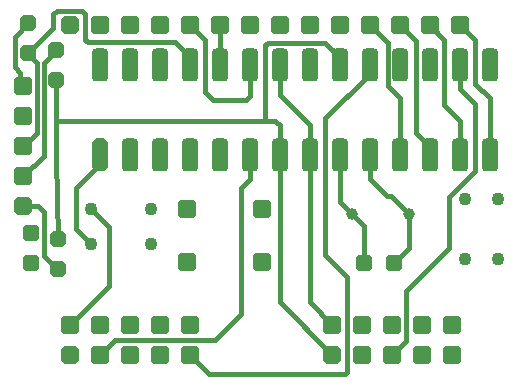
<source format=gbr>
G04*
G04 #@! TF.GenerationSoftware,Altium Limited,Altium Designer,21.2.2 (38)*
G04*
G04 Layer_Physical_Order=1*
G04 Layer_Color=255*
%FSLAX44Y44*%
%MOMM*%
G71*
G04*
G04 #@! TF.SameCoordinates,11E53DB6-EA1C-46B5-B3C1-A0E245133AF0*
G04*
G04*
G04 #@! TF.FilePolarity,Positive*
G04*
G01*
G75*
G04:AMPARAMS|DCode=16|XSize=1.6002mm|YSize=1.6002mm|CornerRadius=0.4001mm|HoleSize=0mm|Usage=FLASHONLY|Rotation=0.000|XOffset=0mm|YOffset=0mm|HoleType=Round|Shape=RoundedRectangle|*
%AMROUNDEDRECTD16*
21,1,1.6002,0.8001,0,0,0.0*
21,1,0.8001,1.6002,0,0,0.0*
1,1,0.8001,0.4001,-0.4001*
1,1,0.8001,-0.4001,-0.4001*
1,1,0.8001,-0.4001,0.4001*
1,1,0.8001,0.4001,0.4001*
%
%ADD16ROUNDEDRECTD16*%
G04:AMPARAMS|DCode=17|XSize=1.6002mm|YSize=1.6002mm|CornerRadius=0mm|HoleSize=0mm|Usage=FLASHONLY|Rotation=0.000|XOffset=0mm|YOffset=0mm|HoleType=Round|Shape=Octagon|*
%AMOCTAGOND17*
4,1,8,0.8001,-0.4001,0.8001,0.4001,0.4001,0.8001,-0.4001,0.8001,-0.8001,0.4001,-0.8001,-0.4001,-0.4001,-0.8001,0.4001,-0.8001,0.8001,-0.4001,0.0*
%
%ADD17OCTAGOND17*%

G04:AMPARAMS|DCode=18|XSize=1.4mm|YSize=1.4mm|CornerRadius=0mm|HoleSize=0mm|Usage=FLASHONLY|Rotation=270.000|XOffset=0mm|YOffset=0mm|HoleType=Round|Shape=Octagon|*
%AMOCTAGOND18*
4,1,8,-0.3500,-0.7000,0.3500,-0.7000,0.7000,-0.3500,0.7000,0.3500,0.3500,0.7000,-0.3500,0.7000,-0.7000,0.3500,-0.7000,-0.3500,-0.3500,-0.7000,0.0*
%
%ADD18OCTAGOND18*%

G04:AMPARAMS|DCode=19|XSize=1.4mm|YSize=1.4mm|CornerRadius=0.35mm|HoleSize=0mm|Usage=FLASHONLY|Rotation=0.000|XOffset=0mm|YOffset=0mm|HoleType=Round|Shape=RoundedRectangle|*
%AMROUNDEDRECTD19*
21,1,1.4000,0.7000,0,0,0.0*
21,1,0.7000,1.4000,0,0,0.0*
1,1,0.7000,0.3500,-0.3500*
1,1,0.7000,-0.3500,-0.3500*
1,1,0.7000,-0.3500,0.3500*
1,1,0.7000,0.3500,0.3500*
%
%ADD19ROUNDEDRECTD19*%
G04:AMPARAMS|DCode=20|XSize=1.397mm|YSize=2.794mm|CornerRadius=0mm|HoleSize=0mm|Usage=FLASHONLY|Rotation=0.000|XOffset=0mm|YOffset=0mm|HoleType=Round|Shape=Octagon|*
%AMOCTAGOND20*
4,1,8,-0.3493,1.3970,0.3493,1.3970,0.6985,1.0478,0.6985,-1.0478,0.3493,-1.3970,-0.3493,-1.3970,-0.6985,-1.0478,-0.6985,1.0478,-0.3493,1.3970,0.0*
%
%ADD20OCTAGOND20*%

G04:AMPARAMS|DCode=21|XSize=1.397mm|YSize=2.794mm|CornerRadius=0.3493mm|HoleSize=0mm|Usage=FLASHONLY|Rotation=0.000|XOffset=0mm|YOffset=0mm|HoleType=Round|Shape=RoundedRectangle|*
%AMROUNDEDRECTD21*
21,1,1.3970,2.0955,0,0,0.0*
21,1,0.6985,2.7940,0,0,0.0*
1,1,0.6985,0.3493,-1.0478*
1,1,0.6985,-0.3493,-1.0478*
1,1,0.6985,-0.3493,1.0478*
1,1,0.6985,0.3493,1.0478*
%
%ADD21ROUNDEDRECTD21*%
G04:AMPARAMS|DCode=22|XSize=1.6002mm|YSize=1.6002mm|CornerRadius=0.4001mm|HoleSize=0mm|Usage=FLASHONLY|Rotation=90.000|XOffset=0mm|YOffset=0mm|HoleType=Round|Shape=RoundedRectangle|*
%AMROUNDEDRECTD22*
21,1,1.6002,0.8001,0,0,90.0*
21,1,0.8001,1.6002,0,0,90.0*
1,1,0.8001,0.4001,0.4001*
1,1,0.8001,0.4001,-0.4001*
1,1,0.8001,-0.4001,-0.4001*
1,1,0.8001,-0.4001,0.4001*
%
%ADD22ROUNDEDRECTD22*%
G04:AMPARAMS|DCode=23|XSize=1.6002mm|YSize=1.6002mm|CornerRadius=0mm|HoleSize=0mm|Usage=FLASHONLY|Rotation=90.000|XOffset=0mm|YOffset=0mm|HoleType=Round|Shape=Octagon|*
%AMOCTAGOND23*
4,1,8,0.4001,0.8001,-0.4001,0.8001,-0.8001,0.4001,-0.8001,-0.4001,-0.4001,-0.8001,0.4001,-0.8001,0.8001,-0.4001,0.8001,0.4001,0.4001,0.8001,0.0*
%
%ADD23OCTAGOND23*%

%ADD24C,1.1000*%
G04:AMPARAMS|DCode=25|XSize=1.6mm|YSize=1.6mm|CornerRadius=0.4mm|HoleSize=0mm|Usage=FLASHONLY|Rotation=90.000|XOffset=0mm|YOffset=0mm|HoleType=Round|Shape=RoundedRectangle|*
%AMROUNDEDRECTD25*
21,1,1.6000,0.8000,0,0,90.0*
21,1,0.8000,1.6000,0,0,90.0*
1,1,0.8000,0.4000,0.4000*
1,1,0.8000,0.4000,-0.4000*
1,1,0.8000,-0.4000,-0.4000*
1,1,0.8000,-0.4000,0.4000*
%
%ADD25ROUNDEDRECTD25*%
%ADD26C,1.0000*%
G04:AMPARAMS|DCode=27|XSize=1.4mm|YSize=1.4mm|CornerRadius=0.35mm|HoleSize=0mm|Usage=FLASHONLY|Rotation=90.000|XOffset=0mm|YOffset=0mm|HoleType=Round|Shape=RoundedRectangle|*
%AMROUNDEDRECTD27*
21,1,1.4000,0.7000,0,0,90.0*
21,1,0.7000,1.4000,0,0,90.0*
1,1,0.7000,0.3500,0.3500*
1,1,0.7000,0.3500,-0.3500*
1,1,0.7000,-0.3500,-0.3500*
1,1,0.7000,-0.3500,0.3500*
%
%ADD27ROUNDEDRECTD27*%
%ADD28C,0.4000*%
D16*
X368300Y311123D02*
D03*
X342900D02*
D03*
X317500D02*
D03*
X292100D02*
D03*
X266700D02*
D03*
X241300D02*
D03*
X215900D02*
D03*
X190500D02*
D03*
X165100D02*
D03*
X139700D02*
D03*
X114300D02*
D03*
X88900D02*
D03*
X63500D02*
D03*
X139700Y57150D02*
D03*
Y31750D02*
D03*
X114300Y57150D02*
D03*
Y31750D02*
D03*
X88900Y57150D02*
D03*
Y31750D02*
D03*
X63500Y57150D02*
D03*
Y31750D02*
D03*
X38100Y57150D02*
D03*
X361950D02*
D03*
Y31750D02*
D03*
X336550Y57150D02*
D03*
Y31750D02*
D03*
X311150Y57150D02*
D03*
Y31750D02*
D03*
X285750Y57150D02*
D03*
Y31750D02*
D03*
X260350Y57150D02*
D03*
D17*
X38100Y311123D02*
D03*
Y31750D02*
D03*
X260350D02*
D03*
D18*
X2540Y287020D02*
D03*
Y312420D02*
D03*
X26670Y289560D02*
D03*
Y264160D02*
D03*
X27940Y104140D02*
D03*
Y129540D02*
D03*
D19*
X312420Y109220D02*
D03*
X287020D02*
D03*
D20*
X63500Y200660D02*
D03*
D21*
X88900D02*
D03*
X114300D02*
D03*
X139700D02*
D03*
X165100D02*
D03*
X190500D02*
D03*
X215900D02*
D03*
X241300D02*
D03*
X266700D02*
D03*
X292100D02*
D03*
X317500D02*
D03*
X342900D02*
D03*
X368300D02*
D03*
X393700D02*
D03*
Y276860D02*
D03*
X368300D02*
D03*
X342900D02*
D03*
X317500D02*
D03*
X292100D02*
D03*
X266700D02*
D03*
X241300D02*
D03*
X215900D02*
D03*
X190500D02*
D03*
X165100D02*
D03*
X139700D02*
D03*
X114300D02*
D03*
X88900D02*
D03*
X63500D02*
D03*
D22*
X-1270Y259080D02*
D03*
Y233680D02*
D03*
Y208280D02*
D03*
Y182880D02*
D03*
D23*
Y157480D02*
D03*
D24*
X372655Y163830D02*
D03*
Y113030D02*
D03*
X400550Y164080D02*
D03*
Y113280D02*
D03*
X106680Y154940D02*
D03*
X55880D02*
D03*
Y125730D02*
D03*
X106680D02*
D03*
D25*
X200660Y110490D02*
D03*
Y154940D02*
D03*
X137160Y110490D02*
D03*
Y154940D02*
D03*
D26*
X276860Y151130D02*
D03*
X325120D02*
D03*
D27*
X5080Y109220D02*
D03*
Y134620D02*
D03*
D28*
X211821Y230139D02*
X215900Y226060D01*
X203328Y230139D02*
X211821D01*
X215900Y200660D02*
Y226060D01*
X26670Y230139D02*
X203328D01*
Y293865D01*
X26670Y198663D02*
Y230139D01*
Y264160D01*
X190500Y180975D02*
Y200660D01*
X182880Y66040D02*
Y173355D01*
X190500Y180975D01*
X273050Y17583D02*
Y97790D01*
X254337Y116503D02*
X273050Y97790D01*
X254337Y116503D02*
Y232112D01*
X322920Y43520D02*
Y85514D01*
X359314Y121909D02*
Y165751D01*
X322920Y85514D02*
X359314Y121909D01*
X311150Y31750D02*
X322920Y43520D01*
X381318Y187755D02*
Y243810D01*
X359314Y165751D02*
X381318Y187755D01*
X368300Y256829D02*
X381318Y243810D01*
Y261502D02*
X393700Y249120D01*
X368300Y311123D02*
X381318Y298105D01*
Y261502D02*
Y298105D01*
X355229Y243211D02*
Y298795D01*
Y243211D02*
X368300Y230139D01*
Y200660D02*
Y230139D01*
X342900Y311123D02*
X355229Y298795D01*
X317500Y311123D02*
X330714Y297909D01*
Y219831D02*
Y297909D01*
Y219831D02*
X342900Y207645D01*
X254337Y232112D02*
X292100Y269875D01*
X254337Y296208D02*
X266700Y283845D01*
X205672Y296208D02*
X254337D01*
X203328Y293865D02*
X205672Y296208D01*
X215900Y76200D02*
Y200660D01*
X50800Y298707D02*
Y320656D01*
X53143Y296363D02*
X127182D01*
X50800Y298707D02*
X53143Y296363D01*
X27089Y322999D02*
X48457D01*
X50800Y320656D01*
X158917Y247650D02*
X187073D01*
X190500Y251077D02*
Y276860D01*
X187073Y247650D02*
X190500Y251077D01*
X152400Y254167D02*
Y298423D01*
Y254167D02*
X158917Y247650D01*
X139700Y311123D02*
X152400Y298423D01*
X-8626Y275326D02*
X-3897Y270597D01*
X-8626Y301254D02*
X2540Y312420D01*
X-8626Y275326D02*
Y301254D01*
X-3897Y261707D02*
Y270597D01*
Y261707D02*
X-1270Y259080D01*
X2540Y287020D02*
X24130Y308610D01*
Y320040D01*
X27089Y322999D01*
X-1270Y157480D02*
X11430D01*
X16510Y115570D02*
Y152400D01*
X11430Y157480D02*
X16510Y152400D01*
Y115570D02*
X27940Y104140D01*
X43180Y138430D02*
X55880Y125730D01*
X43180Y173355D02*
X63500Y193675D01*
X43180Y138430D02*
Y173355D01*
X71120Y90170D02*
Y139700D01*
X38100Y57150D02*
X71120Y90170D01*
X55880Y154940D02*
X71120Y139700D01*
X161290Y44450D02*
X182880Y66040D01*
X76200Y44450D02*
X161290D01*
X63500Y31750D02*
X76200Y44450D01*
X139700Y31750D02*
X156210Y15240D01*
X270707D02*
X273050Y17583D01*
X156210Y15240D02*
X270707D01*
X292100Y269875D02*
Y276860D01*
X306306Y166484D02*
X309766D01*
X325120Y151130D01*
X292100Y180690D02*
X306306Y166484D01*
X292100Y180690D02*
Y200660D01*
X215900Y251460D02*
Y276860D01*
X241300Y76200D02*
X260350Y57150D01*
X26670Y198663D02*
X27940Y129540D01*
X368300Y256829D02*
Y276860D01*
X266700Y161290D02*
Y200660D01*
X287020Y109220D02*
Y140970D01*
X266700Y161290D02*
X287020Y140970D01*
X325120Y121920D02*
Y151130D01*
X312420Y109220D02*
X325120Y121920D01*
X63500Y193675D02*
Y200660D01*
X2540Y287020D02*
X10462Y279098D01*
X127182Y296363D02*
X139700Y283845D01*
X10462Y220012D02*
Y279098D01*
X266700Y276860D02*
Y283845D01*
X215900Y251460D02*
X241300Y226060D01*
Y76200D02*
Y226060D01*
X215900Y76200D02*
X260350Y31750D01*
X15962Y278852D02*
X26670Y289560D01*
X-1270Y182880D02*
X15962Y200112D01*
Y278852D01*
X393700Y200660D02*
Y249120D01*
X292100Y311123D02*
X307015Y296208D01*
Y259605D02*
X317500Y249120D01*
X307015Y259605D02*
Y296208D01*
X317500Y200660D02*
Y249120D01*
X342900Y200660D02*
Y207645D01*
X139700Y276860D02*
Y283845D01*
X2540Y287020D02*
Y287020D01*
X-1270Y208280D02*
X10462Y220012D01*
X165100Y276860D02*
Y311123D01*
M02*

</source>
